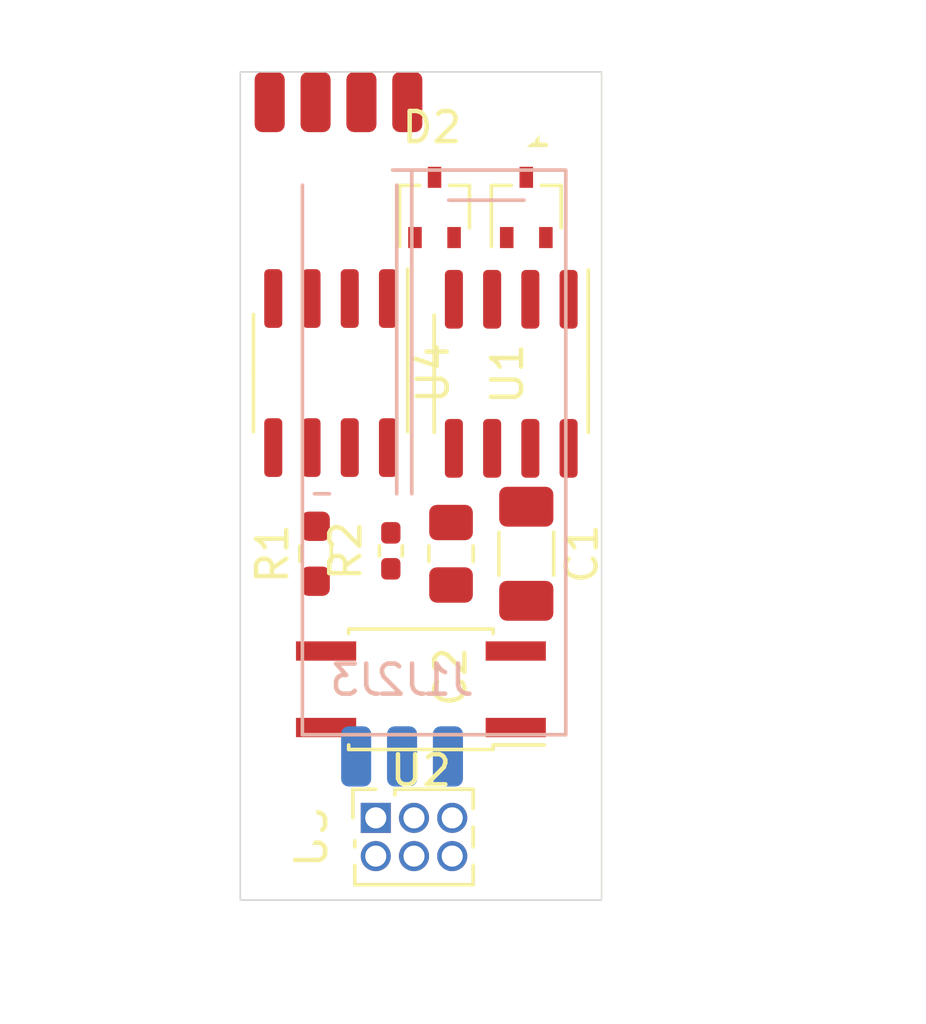
<source format=kicad_pcb>
(kicad_pcb (version 20211014) (generator pcbnew)
  (layers (0 "F.Cu" signal) (31 "B.Cu" signal) (34 "B.Paste" user) (35 "F.Paste" user) (36 "B.SilkS" user "B.Silkscreen") (37 "F.SilkS" user "F.Silkscreen") (38 "B.Mask" user) (39 "F.Mask" user) (44 "Edge.Cuts" user))
  (net 0 "")
  (net 1 "GND")
  (net 2 "+5V")
  (net 3 "/IN")
  (net 4 "VCC")
  (net 6 "Net-(J2-Pad1)")
  (net 7 "Net-(R1-Pad2)")
  (net 9 "/MISO")
  (net 10 "/MOSI")
  (net 11 "/RESET")
  (net 12 "Net-(U4-Pad3)")
  (net 13 "Net-(U4-Pad2)")
  (footprint "Resistor_SMD:R_0402_1005Metric_Pad0.72x0.64mm_HandSolder" (layer "F.Cu") (at 115.5 137.4025 -90)
    (fp_text reference "R2" (at 0 1.5 90) (layer "F.SilkS"))
    (fp_text value "R")
    (fp_line (start -0.167621 0.38) (end 0.167621 0.38) (layer "F.SilkS") (width 0.12))
    (fp_line (start -0.167621 -0.38) (end 0.167621 -0.38) (layer "F.SilkS") (width 0.12))
    (pad "1" smd roundrect (at -0.5975 0 270) (size 0.715 0.64) (layers "F.Cu" "F.Paste" "F.Mask") (net 2 "+5V"))
    (pad "2" smd roundrect (at 0.5975 0 270) (size 0.715 0.64) (layers "F.Cu" "F.Paste" "F.Mask") (net 11 "/RESET"))
  )
  (footprint "MountingHole:MountingHole_2.2mm_M2" (layer "F.Cu") (at 112 146.5)
    (fp_text reference "REF**" hide)
    (fp_text value "MountingHole_2.2mm_M2")
    (pad "" np_thru_hole circle (at 0 0) (size 2.2 2.2) (drill 2.2) (layers F&B.Cu *.Mask))
  )
  (footprint "Connector_Wire:SolderWirePad_1x01_SMD_1x2mm" (layer "F.Cu") (at 111.476 122.5 180)
    (fp_text reference "J7" hide)
    (fp_text value "mot")
    (pad "1" smd roundrect (at 0 0 180) (size 1 2) (layers "F.Cu" "F.Paste" "F.Mask") (net 12 "Net-(U4-Pad3)"))
  )
  (footprint "Package_SO:SOIC-8_3.9x4.9mm_P1.27mm" (layer "F.Cu") (at 119.5 131.525 -90)
    (fp_text reference "U1" (at 0 0.127 90) (layer "F.SilkS"))
    (fp_text value "L78L05_SO8")
    (fp_line (start 0 -2.56) (end -3.45 -2.56) (layer "F.SilkS") (width 0.12))
    (fp_line (start 0 2.56) (end -1.95 2.56) (layer "F.SilkS") (width 0.12))
    (fp_line (start 0 2.56) (end 1.95 2.56) (layer "F.SilkS") (width 0.12))
    (fp_line (start 0 -2.56) (end 1.95 -2.56) (layer "F.SilkS") (width 0.12))
    (pad "1" smd roundrect (at -2.475 -1.905 270) (size 1.95 0.6) (layers "F.Cu" "F.Paste" "F.Mask") (net 2 "+5V"))
    (pad "2" smd roundrect (at -2.475 -0.635 270) (size 1.95 0.6) (layers "F.Cu" "F.Paste" "F.Mask") (net 1 "GND"))
    (pad "3" smd roundrect (at -2.475 0.635 270) (size 1.95 0.6) (layers "F.Cu" "F.Paste" "F.Mask") (net 1 "GND"))
    (pad "4" smd roundrect (at -2.475 1.905 270) (size 1.95 0.6) (layers "F.Cu" "F.Paste" "F.Mask"))
    (pad "5" smd roundrect (at 2.475 1.905 270) (size 1.95 0.6) (layers "F.Cu" "F.Paste" "F.Mask"))
    (pad "6" smd roundrect (at 2.475 0.635 270) (size 1.95 0.6) (layers "F.Cu" "F.Paste" "F.Mask") (net 1 "GND"))
    (pad "7" smd roundrect (at 2.475 -0.635 270) (size 1.95 0.6) (layers "F.Cu" "F.Paste" "F.Mask") (net 1 "GND"))
    (pad "8" smd roundrect (at 2.475 -1.905 270) (size 1.95 0.6) (layers "F.Cu" "F.Paste" "F.Mask") (net 4 "VCC"))
  )
  (footprint "Connector_Wire:SolderWirePad_1x01_SMD_1x2mm" (layer "F.Cu") (at 113 122.5 180)
    (fp_text reference "J6" hide)
    (fp_text value "mot")
    (pad "1" smd roundrect (at 0 0 180) (size 1 2) (layers "F.Cu" "F.Paste" "F.Mask") (net 13 "Net-(U4-Pad2)"))
  )
  (footprint "Capacitor_SMD:C_1206_3216Metric_Pad1.33x1.80mm_HandSolder" (layer "F.Cu") (at 120 137.5 -90)
    (fp_text reference "C1" (at 0 -1.85 90) (layer "F.SilkS"))
    (fp_text value "CP")
    (fp_line (start -0.711252 0.91) (end 0.711252 0.91) (layer "F.SilkS") (width 0.12))
    (fp_line (start -0.711252 -0.91) (end 0.711252 -0.91) (layer "F.SilkS") (width 0.12))
    (pad "1" smd roundrect (at -1.5625 0 270) (size 1.325 1.8) (layers "F.Cu" "F.Paste" "F.Mask") (roundrect_rratio 0.188679) (net 4 "VCC"))
    (pad "2" smd roundrect (at 1.5625 0 270) (size 1.325 1.8) (layers "F.Cu" "F.Paste" "F.Mask") (roundrect_rratio 0.188679) (net 1 "GND"))
  )
  (footprint "Resistor_SMD:R_0603_1608Metric_Pad0.98x0.95mm_HandSolder" (layer "F.Cu") (at 113 137.5 90)
    (fp_text reference "R1" (at 0 -1.43 90) (layer "F.SilkS"))
    (fp_text value "1k5")
    (fp_line (start -0.254724 0.5225) (end 0.254724 0.5225) (layer "F.SilkS") (width 0.12))
    (fp_line (start -0.254724 -0.5225) (end 0.254724 -0.5225) (layer "F.SilkS") (width 0.12))
    (pad "1" smd roundrect (at -0.9125 0 90) (size 0.975 0.95) (layers "F.Cu" "F.Paste" "F.Mask") (net 4 "VCC"))
    (pad "2" smd roundrect (at 0.9125 0 90) (size 0.975 0.95) (layers "F.Cu" "F.Paste" "F.Mask") (net 7 "Net-(R1-Pad2)"))
  )
  (footprint "Package_TO_SOT_SMD:SOT-323_SC-70" (layer "F.Cu") (at 120 126 90)
    (fp_text reference "D1" (at 2.532 -0.1365 180) (layer "F.SilkS"))
    (fp_text value "BAT54CW")
    (fp_line (start 0.73 0.5) (end 0.73 1.16) (layer "F.SilkS") (width 0.12))
    (fp_line (start 0.73 -1.16) (end -1.3 -1.16) (layer "F.SilkS") (width 0.12))
    (fp_line (start -0.68 1.16) (end 0.73 1.16) (layer "F.SilkS") (width 0.12))
    (fp_line (start 0.73 -1.16) (end 0.73 -0.5) (layer "F.SilkS") (width 0.12))
    (pad "1" smd rect (at -1 -0.65) (size 0.45 0.7) (layers "F.Cu" "F.Paste" "F.Mask") (net 12 "Net-(U4-Pad3)"))
    (pad "2" smd rect (at -1 0.65) (size 0.45 0.7) (layers "F.Cu" "F.Paste" "F.Mask") (net 13 "Net-(U4-Pad2)"))
    (pad "3" smd rect (at 1 0) (size 0.45 0.7) (layers "F.Cu" "F.Paste" "F.Mask") (net 2 "+5V"))
  )
  (footprint "MountingHole:MountingHole_2.2mm_M2" (layer "F.Cu") (at 120 146.5)
    (fp_text reference "REF**" hide)
    (fp_text value "MountingHole_2.2mm_M2")
    (pad "" np_thru_hole circle (at 0 0) (size 2.2 2.2) (drill 2.2) (layers F&B.Cu *.Mask))
  )
  (footprint "Connector_PinSocket_1.27mm:PinSocket_2x03_P1.27mm_Vertical" (layer "F.Cu") (at 115 146.27 90)
    (fp_text reference "U5" (at -0.635 -2.135 90) (layer "F.SilkS"))
    (fp_text value "HEADER_3x2")
    (fp_line (start 0.95 0.635) (end 0.95 3.235) (layer "F.SilkS") (width 0.12))
    (fp_line (start -2.22 -0.695) (end -1.57753 -0.695) (layer "F.SilkS") (width 0.12))
    (fp_line (start -0.96247 3.235) (end -0.30753 3.235) (layer "F.SilkS") (width 0.12))
    (fp_line (start -0.96247 -0.695) (end -0.76 -0.695) (layer "F.SilkS") (width 0.12))
    (fp_line (start 0.30753 3.235) (end 0.95 3.235) (layer "F.SilkS") (width 0.12))
    (fp_line (start -2.22 -0.695) (end -2.22 3.235) (layer "F.SilkS") (width 0.12))
    (fp_line (start -2.22 3.235) (end -1.57753 3.235) (layer "F.SilkS") (width 0.12))
    (fp_line (start 0.95 -0.76) (end 0.95 0) (layer "F.SilkS") (width 0.12))
    (fp_line (start 0 -0.76) (end 0.95 -0.76) (layer "F.SilkS") (width 0.12))
    (fp_line (start 0.76 0.635) (end 0.95 0.635) (layer "F.SilkS") (width 0.12))
    (pad "1" thru_hole rect (at 0 0 90) (size 1 1) (drill 0.7) (layers *.Cu *.Mask) (net 1 "GND"))
    (pad "2" thru_hole oval (at -1.27 0 90) (size 1 1) (drill 0.7) (layers *.Cu *.Mask) (net 11 "/RESET"))
    (pad "3" thru_hole oval (at 0 1.27 90) (size 1 1) (drill 0.7) (layers *.Cu *.Mask) (net 10 "/MOSI"))
    (pad "4" thru_hole oval (at -1.27 1.27 90) (size 1 1) (drill 0.7) (layers *.Cu *.Mask) (net 3 "/IN"))
    (pad "5" thru_hole oval (at 0 2.54 90) (size 1 1) (drill 0.7) (layers *.Cu *.Mask) (net 2 "+5V"))
    (pad "6" thru_hole oval (at -1.27 2.54 90) (size 1 1) (drill 0.7) (layers *.Cu *.Mask) (net 9 "/MISO"))
  )
  (footprint "Capacitor_SMD:C_0805_2012Metric_Pad1.18x1.45mm_HandSolder" (layer "F.Cu") (at 117.5 137.5 -90)
    (fp_text reference "C2" (at 4.086 0.014 90) (layer "F.SilkS"))
    (fp_text value "C")
    (fp_line (start -0.261252 -0.735) (end 0.261252 -0.735) (layer "F.SilkS") (width 0.12))
    (fp_line (start -0.261252 0.735) (end 0.261252 0.735) (layer "F.SilkS") (width 0.12))
    (pad "1" smd roundrect (at -1.0375 0 270) (size 1.175 1.45) (layers "F.Cu" "F.Paste" "F.Mask") (roundrect_rratio 0.212766) (net 2 "+5V"))
    (pad "2" smd roundrect (at 1.0375 0 270) (size 1.175 1.45) (layers "F.Cu" "F.Paste" "F.Mask") (roundrect_rratio 0.212766) (net 1 "GND"))
  )
  (footprint "Package_SO:SOIC-8_3.9x4.9mm_P1.27mm" (layer "F.Cu") (at 113.5 131.5 -90)
    (fp_text reference "U4" (at 0 -3.4 90) (layer "F.SilkS"))
    (fp_text value "ATtiny13A-SS")
    (fp_line (start 0 2.56) (end 1.95 2.56) (layer "F.SilkS") (width 0.12))
    (fp_line (start 0 2.56) (end -1.95 2.56) (layer "F.SilkS") (width 0.12))
    (fp_line (start 0 -2.56) (end -3.45 -2.56) (layer "F.SilkS") (width 0.12))
    (fp_line (start 0 -2.56) (end 1.95 -2.56) (layer "F.SilkS") (width 0.12))
    (pad "1" smd roundrect (at -2.475 -1.905 270) (size 1.95 0.6) (layers "F.Cu" "F.Paste" "F.Mask") (net 11 "/RESET"))
    (pad "2" smd roundrect (at -2.475 -0.635 270) (size 1.95 0.6) (layers "F.Cu" "F.Paste" "F.Mask") (net 13 "Net-(U4-Pad2)"))
    (pad "3" smd roundrect (at -2.475 0.635 270) (size 1.95 0.6) (layers "F.Cu" "F.Paste" "F.Mask") (net 12 "Net-(U4-Pad3)"))
    (pad "4" smd roundrect (at -2.475 1.905 270) (size 1.95 0.6) (layers "F.Cu" "F.Paste" "F.Mask") (net 1 "GND"))
    (pad "5" smd roundrect (at 2.475 1.905 270) (size 1.95 0.6) (layers "F.Cu" "F.Paste" "F.Mask") (net 10 "/MOSI"))
    (pad "6" smd roundrect (at 2.475 0.635 270) (size 1.95 0.6) (layers "F.Cu" "F.Paste" "F.Mask") (net 9 "/MISO"))
    (pad "7" smd roundrect (at 2.475 -0.635 270) (size 1.95 0.6) (layers "F.Cu" "F.Paste" "F.Mask") (net 3 "/IN"))
    (pad "8" smd roundrect (at 2.475 -1.905 270) (size 1.95 0.6) (layers "F.Cu" "F.Paste" "F.Mask") (net 2 "+5V"))
  )
  (footprint "MountingHole:MountingHole_2.2mm_M2" (layer "F.Cu") (at 119.5 123)
    (fp_text reference "REF**" hide)
    (fp_text value "MountingHole_2.2mm_M2")
    (pad "" np_thru_hole circle (at 0 0) (size 2.2 2.2) (drill 2.2) (layers *.Cu *.Mask))
  )
  (footprint "Connector_Wire:SolderWirePad_1x01_SMD_1x2mm" (layer "F.Cu") (at 114.524 122.5 180)
    (fp_text reference "J5" hide)
    (fp_text value "mot")
    (pad "1" smd roundrect (at 0 0 180) (size 1 2) (layers "F.Cu" "F.Paste" "F.Mask") (net 9 "/MISO"))
  )
  (footprint "Connector_Wire:SolderWirePad_1x01_SMD_1x2mm" (layer "F.Cu") (at 116.048 122.5 180)
    (fp_text reference "J4" hide)
    (fp_text value "mot")
    (pad "1" smd roundrect (at 0 0 180) (size 1 2) (layers "F.Cu" "F.Paste" "F.Mask") (net 10 "/MOSI"))
  )
  (footprint "Package_SO:SO-4_4.4x3.6mm_P2.54mm" (layer "F.Cu") (at 116.5 142 180)
    (fp_text reference "U2" (at 0 -2.7) (layer "F.SilkS"))
    (fp_text value "LTV-357T")
    (fp_line (start -2.4 2) (end -2.4 1.85) (layer "F.SilkS") (width 0.12))
    (fp_line (start -2.4 -1.85) (end -4.1 -1.85) (layer "F.SilkS") (width 0.12))
    (fp_line (start -2.4 -1.85) (end -2.4 -2) (layer "F.SilkS") (width 0.12))
    (fp_line (start 2.4 -2) (end 2.4 -1.85) (layer "F.SilkS") (width 0.12))
    (fp_line (start -2.4 -2) (end 2.4 -2) (layer "F.SilkS") (width 0.12))
    (fp_line (start 2.4 2) (end -2.4 2) (layer "F.SilkS") (width 0.12))
    (fp_line (start 2.4 1.85) (end 2.4 2) (layer "F.SilkS") (width 0.12))
    (pad "1" smd rect (at -3.15 -1.27 180) (size 2 0.64) (layers "F.Cu" "F.Paste" "F.Mask") (net 7 "Net-(R1-Pad2)"))
    (pad "2" smd rect (at -3.15 1.27 180) (size 2 0.64) (layers "F.Cu" "F.Paste" "F.Mask") (net 6 "Net-(J2-Pad1)"))
    (pad "3" smd rect (at 3.15 1.27 180) (size 2 0.64) (layers "F.Cu" "F.Paste" "F.Mask") (net 1 "GND"))
    (pad "4" smd rect (at 3.15 -1.27 180) (size 2 0.64) (layers "F.Cu" "F.Paste" "F.Mask") (net 3 "/IN"))
  )
  (footprint "Package_TO_SOT_SMD:SOT-323_SC-70" (layer "F.Cu") (at 116.952 126 90)
    (fp_text reference "D2" (at 2.659 -0.0885 180) (layer "F.SilkS"))
    (fp_text value "BAT54CW")
    (fp_line (start 0.73 0.5) (end 0.73 1.16) (layer "F.SilkS") (width 0.12))
    (fp_line (start 0.73 -1.16) (end -1.3 -1.16) (layer "F.SilkS") (width 0.12))
    (fp_line (start -0.68 1.16) (end 0.73 1.16) (layer "F.SilkS") (width 0.12))
    (fp_line (start 0.73 -1.16) (end 0.73 -0.5) (layer "F.SilkS") (width 0.12))
    (pad "1" smd rect (at -1 -0.65) (size 0.45 0.7) (layers "F.Cu" "F.Paste" "F.Mask") (net 9 "/MISO"))
    (pad "2" smd rect (at -1 0.65) (size 0.45 0.7) (layers "F.Cu" "F.Paste" "F.Mask") (net 10 "/MOSI"))
    (pad "3" smd rect (at 1 0) (size 0.45 0.7) (layers "F.Cu" "F.Paste" "F.Mask") (net 2 "+5V"))
  )
  (footprint "Connector_Wire:SolderWirePad_1x01_SMD_1x2mm" (layer "B.Cu") (at 115.873 144.23 180)
    (fp_text reference "J2" (at 0 2.54) (layer "B.SilkS") (effects (justify mirror)))
    (fp_text value "pin")
    (pad "1" smd roundrect (at 0 0 180) (size 1 2) (layers "B.Cu" "B.Paste" "B.Mask") (net 6 "Net-(J2-Pad1)"))
  )
  (footprint "Connector_Wire:SolderWirePad_1x01_SMD_1x2mm" (layer "B.Cu") (at 114.349 144.23 180)
    (fp_text reference "J3" (at 0 2.54) (layer "B.SilkS") (effects (justify mirror)))
    (fp_text value "pin")
    (pad "1" smd roundrect (at 0 0 180) (size 1 2) (layers "B.Cu" "B.Paste" "B.Mask") (net 1 "GND"))
  )
  (footprint "Connector_Wire:SolderWirePad_1x01_SMD_1x2mm" (layer "B.Cu") (at 117.397 144.23 180)
    (fp_text reference "J1" (at 0 2.54) (layer "B.SilkS") (effects (justify mirror)))
    (fp_text value "pin")
    (pad "1" smd roundrect (at 0 0 180) (size 1 2) (layers "B.Cu" "B.Paste" "B.Mask") (net 4 "VCC"))
  )
  (gr_line (start 121.312 143.509) (end 121.312 124.759) (layer "B.SilkS") (width 0.12))
  (gr_line (start 119.9255 125.759) (end 117.4255 125.759) (layer "B.SilkS") (width 0.12))
  (gr_line (start 115.697 135.509) (end 115.697 125.259) (layer "B.SilkS") (width 0.12))
  (gr_line (start 121.312 124.759) (end 115.562 124.759) (layer "B.SilkS") (width 0.12))
  (gr_line (start 112.562 125.259) (end 112.562 143.509) (layer "B.SilkS") (width 0.12))
  (gr_line (start 112.562 143.509) (end 121.312 143.509) (layer "B.SilkS") (width 0.12))
  (gr_line (start 116.197 124.759) (end 116.197 135.509) (layer "B.SilkS") (width 0.12))
  (gr_line (start 113.4615 135.509) (end 112.9615 135.509) (layer "B.SilkS") (width 0.12))
  (gr_rect (start 122.5 149) (end 110.5 121.5) (layer "Edge.Cuts") (width 0.05) (fill none))
)
</source>
